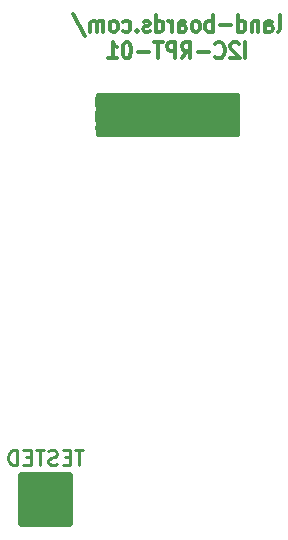
<source format=gbo>
G04 #@! TF.FileFunction,Legend,Bot*
%FSLAX46Y46*%
G04 Gerber Fmt 4.6, Leading zero omitted, Abs format (unit mm)*
G04 Created by KiCad (PCBNEW (after 2015-mar-04 BZR unknown)-product) date 8/1/2015 10:10:59 AM*
%MOMM*%
G01*
G04 APERTURE LIST*
%ADD10C,0.150000*%
%ADD11C,0.304800*%
%ADD12C,0.635000*%
%ADD13C,0.381000*%
%ADD14C,0.650000*%
%ADD15C,0.254000*%
G04 APERTURE END LIST*
D10*
D11*
X188836905Y-83321676D02*
X188957858Y-83255152D01*
X189018334Y-83122105D01*
X189018334Y-81924676D01*
X187808810Y-83321676D02*
X187808810Y-82589914D01*
X187869287Y-82456867D01*
X187990239Y-82390343D01*
X188232144Y-82390343D01*
X188353096Y-82456867D01*
X187808810Y-83255152D02*
X187929763Y-83321676D01*
X188232144Y-83321676D01*
X188353096Y-83255152D01*
X188413572Y-83122105D01*
X188413572Y-82989057D01*
X188353096Y-82856010D01*
X188232144Y-82789486D01*
X187929763Y-82789486D01*
X187808810Y-82722962D01*
X187204048Y-82390343D02*
X187204048Y-83321676D01*
X187204048Y-82523390D02*
X187143572Y-82456867D01*
X187022619Y-82390343D01*
X186841191Y-82390343D01*
X186720239Y-82456867D01*
X186659762Y-82589914D01*
X186659762Y-83321676D01*
X185510714Y-83321676D02*
X185510714Y-81924676D01*
X185510714Y-83255152D02*
X185631667Y-83321676D01*
X185873571Y-83321676D01*
X185994524Y-83255152D01*
X186055000Y-83188629D01*
X186115476Y-83055581D01*
X186115476Y-82656438D01*
X186055000Y-82523390D01*
X185994524Y-82456867D01*
X185873571Y-82390343D01*
X185631667Y-82390343D01*
X185510714Y-82456867D01*
X184905952Y-82789486D02*
X183938333Y-82789486D01*
X183333571Y-83321676D02*
X183333571Y-81924676D01*
X183333571Y-82456867D02*
X183212619Y-82390343D01*
X182970714Y-82390343D01*
X182849762Y-82456867D01*
X182789285Y-82523390D01*
X182728809Y-82656438D01*
X182728809Y-83055581D01*
X182789285Y-83188629D01*
X182849762Y-83255152D01*
X182970714Y-83321676D01*
X183212619Y-83321676D01*
X183333571Y-83255152D01*
X182003094Y-83321676D02*
X182124047Y-83255152D01*
X182184523Y-83188629D01*
X182244999Y-83055581D01*
X182244999Y-82656438D01*
X182184523Y-82523390D01*
X182124047Y-82456867D01*
X182003094Y-82390343D01*
X181821666Y-82390343D01*
X181700714Y-82456867D01*
X181640237Y-82523390D01*
X181579761Y-82656438D01*
X181579761Y-83055581D01*
X181640237Y-83188629D01*
X181700714Y-83255152D01*
X181821666Y-83321676D01*
X182003094Y-83321676D01*
X180491189Y-83321676D02*
X180491189Y-82589914D01*
X180551666Y-82456867D01*
X180672618Y-82390343D01*
X180914523Y-82390343D01*
X181035475Y-82456867D01*
X180491189Y-83255152D02*
X180612142Y-83321676D01*
X180914523Y-83321676D01*
X181035475Y-83255152D01*
X181095951Y-83122105D01*
X181095951Y-82989057D01*
X181035475Y-82856010D01*
X180914523Y-82789486D01*
X180612142Y-82789486D01*
X180491189Y-82722962D01*
X179886427Y-83321676D02*
X179886427Y-82390343D01*
X179886427Y-82656438D02*
X179825951Y-82523390D01*
X179765475Y-82456867D01*
X179644522Y-82390343D01*
X179523570Y-82390343D01*
X178555951Y-83321676D02*
X178555951Y-81924676D01*
X178555951Y-83255152D02*
X178676904Y-83321676D01*
X178918808Y-83321676D01*
X179039761Y-83255152D01*
X179100237Y-83188629D01*
X179160713Y-83055581D01*
X179160713Y-82656438D01*
X179100237Y-82523390D01*
X179039761Y-82456867D01*
X178918808Y-82390343D01*
X178676904Y-82390343D01*
X178555951Y-82456867D01*
X178011665Y-83255152D02*
X177890713Y-83321676D01*
X177648808Y-83321676D01*
X177527856Y-83255152D01*
X177467380Y-83122105D01*
X177467380Y-83055581D01*
X177527856Y-82922533D01*
X177648808Y-82856010D01*
X177830237Y-82856010D01*
X177951189Y-82789486D01*
X178011665Y-82656438D01*
X178011665Y-82589914D01*
X177951189Y-82456867D01*
X177830237Y-82390343D01*
X177648808Y-82390343D01*
X177527856Y-82456867D01*
X176923094Y-83188629D02*
X176862618Y-83255152D01*
X176923094Y-83321676D01*
X176983570Y-83255152D01*
X176923094Y-83188629D01*
X176923094Y-83321676D01*
X175774046Y-83255152D02*
X175894999Y-83321676D01*
X176136903Y-83321676D01*
X176257856Y-83255152D01*
X176318332Y-83188629D01*
X176378808Y-83055581D01*
X176378808Y-82656438D01*
X176318332Y-82523390D01*
X176257856Y-82456867D01*
X176136903Y-82390343D01*
X175894999Y-82390343D01*
X175774046Y-82456867D01*
X175048332Y-83321676D02*
X175169285Y-83255152D01*
X175229761Y-83188629D01*
X175290237Y-83055581D01*
X175290237Y-82656438D01*
X175229761Y-82523390D01*
X175169285Y-82456867D01*
X175048332Y-82390343D01*
X174866904Y-82390343D01*
X174745952Y-82456867D01*
X174685475Y-82523390D01*
X174624999Y-82656438D01*
X174624999Y-83055581D01*
X174685475Y-83188629D01*
X174745952Y-83255152D01*
X174866904Y-83321676D01*
X175048332Y-83321676D01*
X174080713Y-83321676D02*
X174080713Y-82390343D01*
X174080713Y-82523390D02*
X174020237Y-82456867D01*
X173899284Y-82390343D01*
X173717856Y-82390343D01*
X173596904Y-82456867D01*
X173536427Y-82589914D01*
X173536427Y-83321676D01*
X173536427Y-82589914D02*
X173475951Y-82456867D01*
X173354999Y-82390343D01*
X173173570Y-82390343D01*
X173052618Y-82456867D01*
X172992142Y-82589914D01*
X172992142Y-83321676D01*
X171480237Y-81858152D02*
X172568809Y-83654295D01*
X186115476Y-85582276D02*
X186115476Y-84185276D01*
X185571190Y-84318324D02*
X185510714Y-84251800D01*
X185389762Y-84185276D01*
X185087381Y-84185276D01*
X184966428Y-84251800D01*
X184905952Y-84318324D01*
X184845476Y-84451371D01*
X184845476Y-84584419D01*
X184905952Y-84783990D01*
X185631666Y-85582276D01*
X184845476Y-85582276D01*
X183575476Y-85449229D02*
X183635952Y-85515752D01*
X183817381Y-85582276D01*
X183938333Y-85582276D01*
X184119761Y-85515752D01*
X184240714Y-85382705D01*
X184301190Y-85249657D01*
X184361666Y-84983562D01*
X184361666Y-84783990D01*
X184301190Y-84517895D01*
X184240714Y-84384848D01*
X184119761Y-84251800D01*
X183938333Y-84185276D01*
X183817381Y-84185276D01*
X183635952Y-84251800D01*
X183575476Y-84318324D01*
X183031190Y-85050086D02*
X182063571Y-85050086D01*
X180733095Y-85582276D02*
X181156428Y-84917038D01*
X181458809Y-85582276D02*
X181458809Y-84185276D01*
X180975000Y-84185276D01*
X180854047Y-84251800D01*
X180793571Y-84318324D01*
X180733095Y-84451371D01*
X180733095Y-84650943D01*
X180793571Y-84783990D01*
X180854047Y-84850514D01*
X180975000Y-84917038D01*
X181458809Y-84917038D01*
X180188809Y-85582276D02*
X180188809Y-84185276D01*
X179705000Y-84185276D01*
X179584047Y-84251800D01*
X179523571Y-84318324D01*
X179463095Y-84451371D01*
X179463095Y-84650943D01*
X179523571Y-84783990D01*
X179584047Y-84850514D01*
X179705000Y-84917038D01*
X180188809Y-84917038D01*
X179100238Y-84185276D02*
X178374523Y-84185276D01*
X178737380Y-85582276D02*
X178737380Y-84185276D01*
X177951190Y-85050086D02*
X176983571Y-85050086D01*
X176136904Y-84185276D02*
X176015952Y-84185276D01*
X175895000Y-84251800D01*
X175834523Y-84318324D01*
X175774047Y-84451371D01*
X175713571Y-84717467D01*
X175713571Y-85050086D01*
X175774047Y-85316181D01*
X175834523Y-85449229D01*
X175895000Y-85515752D01*
X176015952Y-85582276D01*
X176136904Y-85582276D01*
X176257857Y-85515752D01*
X176318333Y-85449229D01*
X176378809Y-85316181D01*
X176439285Y-85050086D01*
X176439285Y-84717467D01*
X176378809Y-84451371D01*
X176318333Y-84318324D01*
X176257857Y-84251800D01*
X176136904Y-84185276D01*
X174504047Y-85582276D02*
X175229761Y-85582276D01*
X174866904Y-85582276D02*
X174866904Y-84185276D01*
X174987856Y-84384848D01*
X175108809Y-84517895D01*
X175229761Y-84584419D01*
D12*
X173736000Y-91440000D02*
X185166000Y-91440000D01*
X185166000Y-91440000D02*
X185166000Y-90805000D01*
X185166000Y-90805000D02*
X173736000Y-90805000D01*
X173736000Y-90805000D02*
X173736000Y-90170000D01*
X173736000Y-90170000D02*
X185293000Y-90170000D01*
X185293000Y-90170000D02*
X185293000Y-89535000D01*
X185293000Y-89535000D02*
X173736000Y-89535000D01*
X173736000Y-89535000D02*
X173736000Y-89027000D01*
X173736000Y-89027000D02*
X185166000Y-89027000D01*
D13*
X185420000Y-91948000D02*
X173609000Y-91948000D01*
X173609000Y-91948000D02*
X173609000Y-88646000D01*
X173609000Y-88646000D02*
X185420000Y-88646000D01*
X185420000Y-88646000D02*
X185420000Y-91948000D01*
D14*
X167164000Y-120936000D02*
X171164000Y-120936000D01*
X171164000Y-120936000D02*
X171164000Y-124936000D01*
X171164000Y-124936000D02*
X167164000Y-124936000D01*
X167164000Y-124936000D02*
X167164000Y-120936000D01*
X167164000Y-120936000D02*
X167164000Y-121436000D01*
X167164000Y-121436000D02*
X171164000Y-121436000D01*
X171164000Y-121436000D02*
X171164000Y-121936000D01*
X171164000Y-121936000D02*
X167164000Y-121936000D01*
X167164000Y-121936000D02*
X167164000Y-122436000D01*
X167164000Y-122436000D02*
X171164000Y-122436000D01*
X171164000Y-122436000D02*
X171164000Y-122936000D01*
X171164000Y-122936000D02*
X167164000Y-122936000D01*
X167164000Y-122936000D02*
X167164000Y-123436000D01*
X167164000Y-123436000D02*
X170664000Y-123436000D01*
X170664000Y-123436000D02*
X171164000Y-123436000D01*
X171164000Y-123436000D02*
X171164000Y-123936000D01*
X171164000Y-123936000D02*
X167164000Y-123936000D01*
X167164000Y-123936000D02*
X167164000Y-124436000D01*
X167164000Y-124436000D02*
X171164000Y-124436000D01*
D15*
X172399477Y-118740524D02*
X171673762Y-118740524D01*
X172036619Y-120010524D02*
X172036619Y-118740524D01*
X171250429Y-119345286D02*
X170827096Y-119345286D01*
X170645667Y-120010524D02*
X171250429Y-120010524D01*
X171250429Y-118740524D01*
X170645667Y-118740524D01*
X170161857Y-119950048D02*
X169980429Y-120010524D01*
X169678048Y-120010524D01*
X169557095Y-119950048D01*
X169496619Y-119889571D01*
X169436143Y-119768619D01*
X169436143Y-119647667D01*
X169496619Y-119526714D01*
X169557095Y-119466238D01*
X169678048Y-119405762D01*
X169919952Y-119345286D01*
X170040905Y-119284810D01*
X170101381Y-119224333D01*
X170161857Y-119103381D01*
X170161857Y-118982429D01*
X170101381Y-118861476D01*
X170040905Y-118801000D01*
X169919952Y-118740524D01*
X169617572Y-118740524D01*
X169436143Y-118801000D01*
X169073286Y-118740524D02*
X168347571Y-118740524D01*
X168710428Y-120010524D02*
X168710428Y-118740524D01*
X167924238Y-119345286D02*
X167500905Y-119345286D01*
X167319476Y-120010524D02*
X167924238Y-120010524D01*
X167924238Y-118740524D01*
X167319476Y-118740524D01*
X166775190Y-120010524D02*
X166775190Y-118740524D01*
X166472809Y-118740524D01*
X166291381Y-118801000D01*
X166170428Y-118921952D01*
X166109952Y-119042905D01*
X166049476Y-119284810D01*
X166049476Y-119466238D01*
X166109952Y-119708143D01*
X166170428Y-119829095D01*
X166291381Y-119950048D01*
X166472809Y-120010524D01*
X166775190Y-120010524D01*
M02*

</source>
